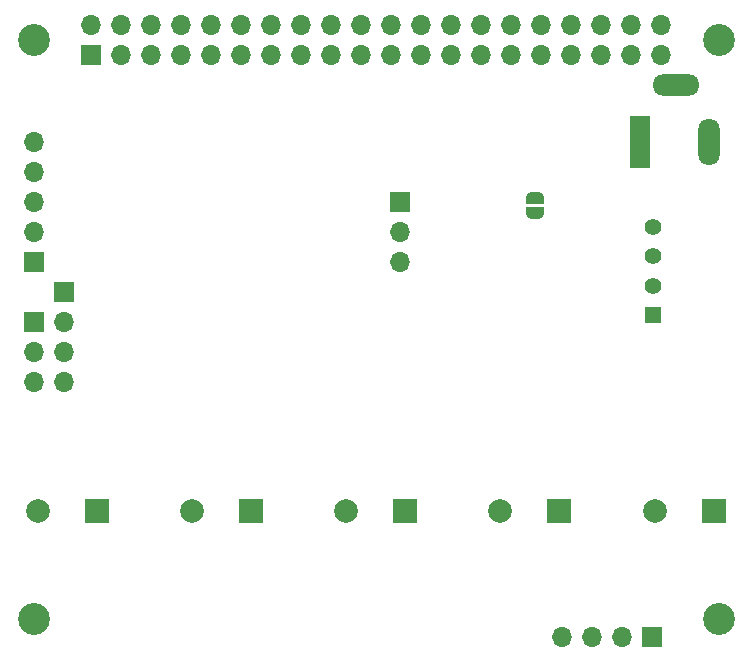
<source format=gbs>
G04 #@! TF.GenerationSoftware,KiCad,Pcbnew,(6.0.5-0)*
G04 #@! TF.CreationDate,2022-07-04T19:17:30-05:00*
G04 #@! TF.ProjectId,ras_pi_supercap_ups,7261735f-7069-45f7-9375-706572636170,rev?*
G04 #@! TF.SameCoordinates,Original*
G04 #@! TF.FileFunction,Soldermask,Bot*
G04 #@! TF.FilePolarity,Negative*
%FSLAX46Y46*%
G04 Gerber Fmt 4.6, Leading zero omitted, Abs format (unit mm)*
G04 Created by KiCad (PCBNEW (6.0.5-0)) date 2022-07-04 19:17:30*
%MOMM*%
%LPD*%
G01*
G04 APERTURE LIST*
G04 Aperture macros list*
%AMFreePoly0*
4,1,22,0.500000,-0.750000,0.000000,-0.750000,0.000000,-0.745033,-0.079941,-0.743568,-0.215256,-0.701293,-0.333266,-0.622738,-0.424486,-0.514219,-0.481581,-0.384460,-0.499164,-0.250000,-0.500000,-0.250000,-0.500000,0.250000,-0.499164,0.250000,-0.499963,0.256109,-0.478152,0.396186,-0.417904,0.524511,-0.324060,0.630769,-0.204165,0.706417,-0.067858,0.745374,0.000000,0.744959,0.000000,0.750000,
0.500000,0.750000,0.500000,-0.750000,0.500000,-0.750000,$1*%
%AMFreePoly1*
4,1,20,0.000000,0.744959,0.073905,0.744508,0.209726,0.703889,0.328688,0.626782,0.421226,0.519385,0.479903,0.390333,0.500000,0.250000,0.500000,-0.250000,0.499851,-0.262216,0.476331,-0.402017,0.414519,-0.529596,0.319384,-0.634700,0.198574,-0.708877,0.061801,-0.746166,0.000000,-0.745033,0.000000,-0.750000,-0.500000,-0.750000,-0.500000,0.750000,0.000000,0.750000,0.000000,0.744959,
0.000000,0.744959,$1*%
G04 Aperture macros list end*
%ADD10R,2.000000X2.000000*%
%ADD11C,2.000000*%
%ADD12R,1.408000X1.408000*%
%ADD13C,1.408000*%
%ADD14C,2.700000*%
%ADD15R,1.700000X1.700000*%
%ADD16O,1.700000X1.700000*%
%ADD17R,1.800000X4.400000*%
%ADD18O,1.800000X4.000000*%
%ADD19O,4.000000X1.800000*%
%ADD20FreePoly0,90.000000*%
%ADD21FreePoly1,90.000000*%
G04 APERTURE END LIST*
D10*
X84940937Y-143400000D03*
D11*
X79940937Y-143400000D03*
D12*
X105960000Y-126797500D03*
D13*
X105960000Y-124297500D03*
X105960000Y-121797500D03*
X105960000Y-119297500D03*
D10*
X111057915Y-143400000D03*
D11*
X106057915Y-143400000D03*
D14*
X53500000Y-103500000D03*
X111500000Y-103500000D03*
X111540000Y-152500000D03*
D15*
X105805000Y-154040000D03*
D16*
X103265000Y-154040000D03*
X100725000Y-154040000D03*
X98185000Y-154040000D03*
D10*
X58823959Y-143400000D03*
D11*
X53823959Y-143400000D03*
D14*
X53500000Y-152500000D03*
D10*
X71882448Y-143400000D03*
D11*
X66882448Y-143400000D03*
D15*
X53501000Y-127360000D03*
D16*
X53501000Y-129900000D03*
X53501000Y-132440000D03*
D15*
X53501000Y-122280000D03*
D16*
X53501000Y-119740000D03*
X53501000Y-117200000D03*
X53501000Y-114660000D03*
X53501000Y-112120000D03*
D17*
X104850000Y-112106000D03*
D18*
X110650000Y-112106000D03*
D19*
X107850000Y-107306000D03*
D10*
X97999426Y-143400000D03*
D11*
X92999426Y-143400000D03*
D20*
X95950000Y-118120000D03*
D21*
X95950000Y-116820000D03*
D15*
X58300000Y-104770000D03*
D16*
X58300000Y-102230000D03*
X60840000Y-104770000D03*
X60840000Y-102230000D03*
X63380000Y-104770000D03*
X63380000Y-102230000D03*
X65920000Y-104770000D03*
X65920000Y-102230000D03*
X68460000Y-104770000D03*
X68460000Y-102230000D03*
X71000000Y-104770000D03*
X71000000Y-102230000D03*
X73540000Y-104770000D03*
X73540000Y-102230000D03*
X76080000Y-104770000D03*
X76080000Y-102230000D03*
X78620000Y-104770000D03*
X78620000Y-102230000D03*
X81160000Y-104770000D03*
X81160000Y-102230000D03*
X83700000Y-104770000D03*
X83700000Y-102230000D03*
X86240000Y-104770000D03*
X86240000Y-102230000D03*
X88780000Y-104770000D03*
X88780000Y-102230000D03*
X91320000Y-104770000D03*
X91320000Y-102230000D03*
X93860000Y-104770000D03*
X93860000Y-102230000D03*
X96400000Y-104770000D03*
X96400000Y-102230000D03*
X98940000Y-104770000D03*
X98940000Y-102230000D03*
X101480000Y-104770000D03*
X101480000Y-102230000D03*
X104020000Y-104770000D03*
X104020000Y-102230000D03*
X106560000Y-104770000D03*
X106560000Y-102230000D03*
D15*
X56041000Y-124820000D03*
D16*
X56041000Y-127360000D03*
X56041000Y-129900000D03*
X56041000Y-132440000D03*
D15*
X84468000Y-117222000D03*
D16*
X84468000Y-119762000D03*
X84468000Y-122302000D03*
M02*

</source>
